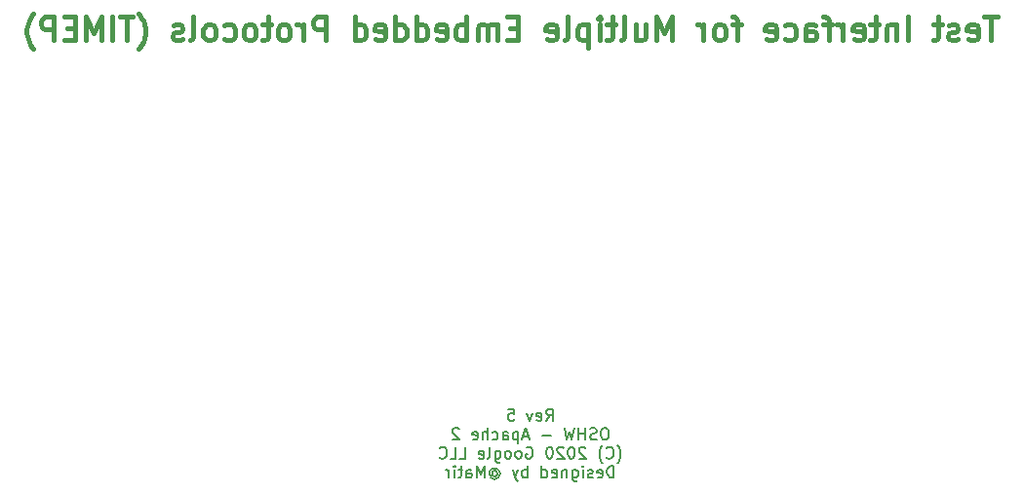
<source format=gbr>
G04 #@! TF.GenerationSoftware,KiCad,Pcbnew,5.1.6~rc1+dfsg1-1+b1*
G04 #@! TF.CreationDate,2020-05-08T22:32:15-07:00*
G04 #@! TF.ProjectId,board,626f6172-642e-46b6-9963-61645f706362,rev?*
G04 #@! TF.SameCoordinates,Original*
G04 #@! TF.FileFunction,Legend,Bot*
G04 #@! TF.FilePolarity,Positive*
%FSLAX46Y46*%
G04 Gerber Fmt 4.6, Leading zero omitted, Abs format (unit mm)*
G04 Created by KiCad (PCBNEW 5.1.6~rc1+dfsg1-1+b1) date 2020-05-08 22:32:15*
%MOMM*%
%LPD*%
G01*
G04 APERTURE LIST*
%ADD10C,0.150000*%
%ADD11C,0.400000*%
G04 APERTURE END LIST*
D10*
X136857142Y-122727380D02*
X137190476Y-122251190D01*
X137428571Y-122727380D02*
X137428571Y-121727380D01*
X137047619Y-121727380D01*
X136952380Y-121775000D01*
X136904761Y-121822619D01*
X136857142Y-121917857D01*
X136857142Y-122060714D01*
X136904761Y-122155952D01*
X136952380Y-122203571D01*
X137047619Y-122251190D01*
X137428571Y-122251190D01*
X136047619Y-122679761D02*
X136142857Y-122727380D01*
X136333333Y-122727380D01*
X136428571Y-122679761D01*
X136476190Y-122584523D01*
X136476190Y-122203571D01*
X136428571Y-122108333D01*
X136333333Y-122060714D01*
X136142857Y-122060714D01*
X136047619Y-122108333D01*
X136000000Y-122203571D01*
X136000000Y-122298809D01*
X136476190Y-122394047D01*
X135666666Y-122060714D02*
X135428571Y-122727380D01*
X135190476Y-122060714D01*
X133571428Y-121727380D02*
X134047619Y-121727380D01*
X134095238Y-122203571D01*
X134047619Y-122155952D01*
X133952380Y-122108333D01*
X133714285Y-122108333D01*
X133619047Y-122155952D01*
X133571428Y-122203571D01*
X133523809Y-122298809D01*
X133523809Y-122536904D01*
X133571428Y-122632142D01*
X133619047Y-122679761D01*
X133714285Y-122727380D01*
X133952380Y-122727380D01*
X134047619Y-122679761D01*
X134095238Y-122632142D01*
X142047619Y-123377380D02*
X141857142Y-123377380D01*
X141761904Y-123425000D01*
X141666666Y-123520238D01*
X141619047Y-123710714D01*
X141619047Y-124044047D01*
X141666666Y-124234523D01*
X141761904Y-124329761D01*
X141857142Y-124377380D01*
X142047619Y-124377380D01*
X142142857Y-124329761D01*
X142238095Y-124234523D01*
X142285714Y-124044047D01*
X142285714Y-123710714D01*
X142238095Y-123520238D01*
X142142857Y-123425000D01*
X142047619Y-123377380D01*
X141238095Y-124329761D02*
X141095238Y-124377380D01*
X140857142Y-124377380D01*
X140761904Y-124329761D01*
X140714285Y-124282142D01*
X140666666Y-124186904D01*
X140666666Y-124091666D01*
X140714285Y-123996428D01*
X140761904Y-123948809D01*
X140857142Y-123901190D01*
X141047619Y-123853571D01*
X141142857Y-123805952D01*
X141190476Y-123758333D01*
X141238095Y-123663095D01*
X141238095Y-123567857D01*
X141190476Y-123472619D01*
X141142857Y-123425000D01*
X141047619Y-123377380D01*
X140809523Y-123377380D01*
X140666666Y-123425000D01*
X140238095Y-124377380D02*
X140238095Y-123377380D01*
X140238095Y-123853571D02*
X139666666Y-123853571D01*
X139666666Y-124377380D02*
X139666666Y-123377380D01*
X139285714Y-123377380D02*
X139047619Y-124377380D01*
X138857142Y-123663095D01*
X138666666Y-124377380D01*
X138428571Y-123377380D01*
X137285714Y-123996428D02*
X136523809Y-123996428D01*
X135333333Y-124091666D02*
X134857142Y-124091666D01*
X135428571Y-124377380D02*
X135095238Y-123377380D01*
X134761904Y-124377380D01*
X134428571Y-123710714D02*
X134428571Y-124710714D01*
X134428571Y-123758333D02*
X134333333Y-123710714D01*
X134142857Y-123710714D01*
X134047619Y-123758333D01*
X134000000Y-123805952D01*
X133952380Y-123901190D01*
X133952380Y-124186904D01*
X134000000Y-124282142D01*
X134047619Y-124329761D01*
X134142857Y-124377380D01*
X134333333Y-124377380D01*
X134428571Y-124329761D01*
X133095238Y-124377380D02*
X133095238Y-123853571D01*
X133142857Y-123758333D01*
X133238095Y-123710714D01*
X133428571Y-123710714D01*
X133523809Y-123758333D01*
X133095238Y-124329761D02*
X133190476Y-124377380D01*
X133428571Y-124377380D01*
X133523809Y-124329761D01*
X133571428Y-124234523D01*
X133571428Y-124139285D01*
X133523809Y-124044047D01*
X133428571Y-123996428D01*
X133190476Y-123996428D01*
X133095238Y-123948809D01*
X132190476Y-124329761D02*
X132285714Y-124377380D01*
X132476190Y-124377380D01*
X132571428Y-124329761D01*
X132619047Y-124282142D01*
X132666666Y-124186904D01*
X132666666Y-123901190D01*
X132619047Y-123805952D01*
X132571428Y-123758333D01*
X132476190Y-123710714D01*
X132285714Y-123710714D01*
X132190476Y-123758333D01*
X131761904Y-124377380D02*
X131761904Y-123377380D01*
X131333333Y-124377380D02*
X131333333Y-123853571D01*
X131380952Y-123758333D01*
X131476190Y-123710714D01*
X131619047Y-123710714D01*
X131714285Y-123758333D01*
X131761904Y-123805952D01*
X130476190Y-124329761D02*
X130571428Y-124377380D01*
X130761904Y-124377380D01*
X130857142Y-124329761D01*
X130904761Y-124234523D01*
X130904761Y-123853571D01*
X130857142Y-123758333D01*
X130761904Y-123710714D01*
X130571428Y-123710714D01*
X130476190Y-123758333D01*
X130428571Y-123853571D01*
X130428571Y-123948809D01*
X130904761Y-124044047D01*
X129285714Y-123472619D02*
X129238095Y-123425000D01*
X129142857Y-123377380D01*
X128904761Y-123377380D01*
X128809523Y-123425000D01*
X128761904Y-123472619D01*
X128714285Y-123567857D01*
X128714285Y-123663095D01*
X128761904Y-123805952D01*
X129333333Y-124377380D01*
X128714285Y-124377380D01*
X143047619Y-126408333D02*
X143095238Y-126360714D01*
X143190476Y-126217857D01*
X143238095Y-126122619D01*
X143285714Y-125979761D01*
X143333333Y-125741666D01*
X143333333Y-125551190D01*
X143285714Y-125313095D01*
X143238095Y-125170238D01*
X143190476Y-125075000D01*
X143095238Y-124932142D01*
X143047619Y-124884523D01*
X142095238Y-125932142D02*
X142142857Y-125979761D01*
X142285714Y-126027380D01*
X142380952Y-126027380D01*
X142523809Y-125979761D01*
X142619047Y-125884523D01*
X142666666Y-125789285D01*
X142714285Y-125598809D01*
X142714285Y-125455952D01*
X142666666Y-125265476D01*
X142619047Y-125170238D01*
X142523809Y-125075000D01*
X142380952Y-125027380D01*
X142285714Y-125027380D01*
X142142857Y-125075000D01*
X142095238Y-125122619D01*
X141761904Y-126408333D02*
X141714285Y-126360714D01*
X141619047Y-126217857D01*
X141571428Y-126122619D01*
X141523809Y-125979761D01*
X141476190Y-125741666D01*
X141476190Y-125551190D01*
X141523809Y-125313095D01*
X141571428Y-125170238D01*
X141619047Y-125075000D01*
X141714285Y-124932142D01*
X141761904Y-124884523D01*
X140285714Y-125122619D02*
X140238095Y-125075000D01*
X140142857Y-125027380D01*
X139904761Y-125027380D01*
X139809523Y-125075000D01*
X139761904Y-125122619D01*
X139714285Y-125217857D01*
X139714285Y-125313095D01*
X139761904Y-125455952D01*
X140333333Y-126027380D01*
X139714285Y-126027380D01*
X139095238Y-125027380D02*
X139000000Y-125027380D01*
X138904761Y-125075000D01*
X138857142Y-125122619D01*
X138809523Y-125217857D01*
X138761904Y-125408333D01*
X138761904Y-125646428D01*
X138809523Y-125836904D01*
X138857142Y-125932142D01*
X138904761Y-125979761D01*
X139000000Y-126027380D01*
X139095238Y-126027380D01*
X139190476Y-125979761D01*
X139238095Y-125932142D01*
X139285714Y-125836904D01*
X139333333Y-125646428D01*
X139333333Y-125408333D01*
X139285714Y-125217857D01*
X139238095Y-125122619D01*
X139190476Y-125075000D01*
X139095238Y-125027380D01*
X138380952Y-125122619D02*
X138333333Y-125075000D01*
X138238095Y-125027380D01*
X138000000Y-125027380D01*
X137904761Y-125075000D01*
X137857142Y-125122619D01*
X137809523Y-125217857D01*
X137809523Y-125313095D01*
X137857142Y-125455952D01*
X138428571Y-126027380D01*
X137809523Y-126027380D01*
X137190476Y-125027380D02*
X137095238Y-125027380D01*
X137000000Y-125075000D01*
X136952380Y-125122619D01*
X136904761Y-125217857D01*
X136857142Y-125408333D01*
X136857142Y-125646428D01*
X136904761Y-125836904D01*
X136952380Y-125932142D01*
X137000000Y-125979761D01*
X137095238Y-126027380D01*
X137190476Y-126027380D01*
X137285714Y-125979761D01*
X137333333Y-125932142D01*
X137380952Y-125836904D01*
X137428571Y-125646428D01*
X137428571Y-125408333D01*
X137380952Y-125217857D01*
X137333333Y-125122619D01*
X137285714Y-125075000D01*
X137190476Y-125027380D01*
X135142857Y-125075000D02*
X135238095Y-125027380D01*
X135380952Y-125027380D01*
X135523809Y-125075000D01*
X135619047Y-125170238D01*
X135666666Y-125265476D01*
X135714285Y-125455952D01*
X135714285Y-125598809D01*
X135666666Y-125789285D01*
X135619047Y-125884523D01*
X135523809Y-125979761D01*
X135380952Y-126027380D01*
X135285714Y-126027380D01*
X135142857Y-125979761D01*
X135095238Y-125932142D01*
X135095238Y-125598809D01*
X135285714Y-125598809D01*
X134523809Y-126027380D02*
X134619047Y-125979761D01*
X134666666Y-125932142D01*
X134714285Y-125836904D01*
X134714285Y-125551190D01*
X134666666Y-125455952D01*
X134619047Y-125408333D01*
X134523809Y-125360714D01*
X134380952Y-125360714D01*
X134285714Y-125408333D01*
X134238095Y-125455952D01*
X134190476Y-125551190D01*
X134190476Y-125836904D01*
X134238095Y-125932142D01*
X134285714Y-125979761D01*
X134380952Y-126027380D01*
X134523809Y-126027380D01*
X133619047Y-126027380D02*
X133714285Y-125979761D01*
X133761904Y-125932142D01*
X133809523Y-125836904D01*
X133809523Y-125551190D01*
X133761904Y-125455952D01*
X133714285Y-125408333D01*
X133619047Y-125360714D01*
X133476190Y-125360714D01*
X133380952Y-125408333D01*
X133333333Y-125455952D01*
X133285714Y-125551190D01*
X133285714Y-125836904D01*
X133333333Y-125932142D01*
X133380952Y-125979761D01*
X133476190Y-126027380D01*
X133619047Y-126027380D01*
X132428571Y-125360714D02*
X132428571Y-126170238D01*
X132476190Y-126265476D01*
X132523809Y-126313095D01*
X132619047Y-126360714D01*
X132761904Y-126360714D01*
X132857142Y-126313095D01*
X132428571Y-125979761D02*
X132523809Y-126027380D01*
X132714285Y-126027380D01*
X132809523Y-125979761D01*
X132857142Y-125932142D01*
X132904761Y-125836904D01*
X132904761Y-125551190D01*
X132857142Y-125455952D01*
X132809523Y-125408333D01*
X132714285Y-125360714D01*
X132523809Y-125360714D01*
X132428571Y-125408333D01*
X131809523Y-126027380D02*
X131904761Y-125979761D01*
X131952380Y-125884523D01*
X131952380Y-125027380D01*
X131047619Y-125979761D02*
X131142857Y-126027380D01*
X131333333Y-126027380D01*
X131428571Y-125979761D01*
X131476190Y-125884523D01*
X131476190Y-125503571D01*
X131428571Y-125408333D01*
X131333333Y-125360714D01*
X131142857Y-125360714D01*
X131047619Y-125408333D01*
X131000000Y-125503571D01*
X131000000Y-125598809D01*
X131476190Y-125694047D01*
X129333333Y-126027380D02*
X129809523Y-126027380D01*
X129809523Y-125027380D01*
X128523809Y-126027380D02*
X129000000Y-126027380D01*
X129000000Y-125027380D01*
X127619047Y-125932142D02*
X127666666Y-125979761D01*
X127809523Y-126027380D01*
X127904761Y-126027380D01*
X128047619Y-125979761D01*
X128142857Y-125884523D01*
X128190476Y-125789285D01*
X128238095Y-125598809D01*
X128238095Y-125455952D01*
X128190476Y-125265476D01*
X128142857Y-125170238D01*
X128047619Y-125075000D01*
X127904761Y-125027380D01*
X127809523Y-125027380D01*
X127666666Y-125075000D01*
X127619047Y-125122619D01*
X142714285Y-127677380D02*
X142714285Y-126677380D01*
X142476190Y-126677380D01*
X142333333Y-126725000D01*
X142238095Y-126820238D01*
X142190476Y-126915476D01*
X142142857Y-127105952D01*
X142142857Y-127248809D01*
X142190476Y-127439285D01*
X142238095Y-127534523D01*
X142333333Y-127629761D01*
X142476190Y-127677380D01*
X142714285Y-127677380D01*
X141333333Y-127629761D02*
X141428571Y-127677380D01*
X141619047Y-127677380D01*
X141714285Y-127629761D01*
X141761904Y-127534523D01*
X141761904Y-127153571D01*
X141714285Y-127058333D01*
X141619047Y-127010714D01*
X141428571Y-127010714D01*
X141333333Y-127058333D01*
X141285714Y-127153571D01*
X141285714Y-127248809D01*
X141761904Y-127344047D01*
X140904761Y-127629761D02*
X140809523Y-127677380D01*
X140619047Y-127677380D01*
X140523809Y-127629761D01*
X140476190Y-127534523D01*
X140476190Y-127486904D01*
X140523809Y-127391666D01*
X140619047Y-127344047D01*
X140761904Y-127344047D01*
X140857142Y-127296428D01*
X140904761Y-127201190D01*
X140904761Y-127153571D01*
X140857142Y-127058333D01*
X140761904Y-127010714D01*
X140619047Y-127010714D01*
X140523809Y-127058333D01*
X140047619Y-127677380D02*
X140047619Y-127010714D01*
X140047619Y-126677380D02*
X140095238Y-126725000D01*
X140047619Y-126772619D01*
X140000000Y-126725000D01*
X140047619Y-126677380D01*
X140047619Y-126772619D01*
X139142857Y-127010714D02*
X139142857Y-127820238D01*
X139190476Y-127915476D01*
X139238095Y-127963095D01*
X139333333Y-128010714D01*
X139476190Y-128010714D01*
X139571428Y-127963095D01*
X139142857Y-127629761D02*
X139238095Y-127677380D01*
X139428571Y-127677380D01*
X139523809Y-127629761D01*
X139571428Y-127582142D01*
X139619047Y-127486904D01*
X139619047Y-127201190D01*
X139571428Y-127105952D01*
X139523809Y-127058333D01*
X139428571Y-127010714D01*
X139238095Y-127010714D01*
X139142857Y-127058333D01*
X138666666Y-127010714D02*
X138666666Y-127677380D01*
X138666666Y-127105952D02*
X138619047Y-127058333D01*
X138523809Y-127010714D01*
X138380952Y-127010714D01*
X138285714Y-127058333D01*
X138238095Y-127153571D01*
X138238095Y-127677380D01*
X137380952Y-127629761D02*
X137476190Y-127677380D01*
X137666666Y-127677380D01*
X137761904Y-127629761D01*
X137809523Y-127534523D01*
X137809523Y-127153571D01*
X137761904Y-127058333D01*
X137666666Y-127010714D01*
X137476190Y-127010714D01*
X137380952Y-127058333D01*
X137333333Y-127153571D01*
X137333333Y-127248809D01*
X137809523Y-127344047D01*
X136476190Y-127677380D02*
X136476190Y-126677380D01*
X136476190Y-127629761D02*
X136571428Y-127677380D01*
X136761904Y-127677380D01*
X136857142Y-127629761D01*
X136904761Y-127582142D01*
X136952380Y-127486904D01*
X136952380Y-127201190D01*
X136904761Y-127105952D01*
X136857142Y-127058333D01*
X136761904Y-127010714D01*
X136571428Y-127010714D01*
X136476190Y-127058333D01*
X135238095Y-127677380D02*
X135238095Y-126677380D01*
X135238095Y-127058333D02*
X135142857Y-127010714D01*
X134952380Y-127010714D01*
X134857142Y-127058333D01*
X134809523Y-127105952D01*
X134761904Y-127201190D01*
X134761904Y-127486904D01*
X134809523Y-127582142D01*
X134857142Y-127629761D01*
X134952380Y-127677380D01*
X135142857Y-127677380D01*
X135238095Y-127629761D01*
X134428571Y-127010714D02*
X134190476Y-127677380D01*
X133952380Y-127010714D02*
X134190476Y-127677380D01*
X134285714Y-127915476D01*
X134333333Y-127963095D01*
X134428571Y-128010714D01*
X132190476Y-127201190D02*
X132238095Y-127153571D01*
X132333333Y-127105952D01*
X132428571Y-127105952D01*
X132523809Y-127153571D01*
X132571428Y-127201190D01*
X132619047Y-127296428D01*
X132619047Y-127391666D01*
X132571428Y-127486904D01*
X132523809Y-127534523D01*
X132428571Y-127582142D01*
X132333333Y-127582142D01*
X132238095Y-127534523D01*
X132190476Y-127486904D01*
X132190476Y-127105952D02*
X132190476Y-127486904D01*
X132142857Y-127534523D01*
X132095238Y-127534523D01*
X132000000Y-127486904D01*
X131952380Y-127391666D01*
X131952380Y-127153571D01*
X132047619Y-127010714D01*
X132190476Y-126915476D01*
X132380952Y-126867857D01*
X132571428Y-126915476D01*
X132714285Y-127010714D01*
X132809523Y-127153571D01*
X132857142Y-127344047D01*
X132809523Y-127534523D01*
X132714285Y-127677380D01*
X132571428Y-127772619D01*
X132380952Y-127820238D01*
X132190476Y-127772619D01*
X132047619Y-127677380D01*
X131523809Y-127677380D02*
X131523809Y-126677380D01*
X131190476Y-127391666D01*
X130857142Y-126677380D01*
X130857142Y-127677380D01*
X129952380Y-127677380D02*
X129952380Y-127153571D01*
X130000000Y-127058333D01*
X130095238Y-127010714D01*
X130285714Y-127010714D01*
X130380952Y-127058333D01*
X129952380Y-127629761D02*
X130047619Y-127677380D01*
X130285714Y-127677380D01*
X130380952Y-127629761D01*
X130428571Y-127534523D01*
X130428571Y-127439285D01*
X130380952Y-127344047D01*
X130285714Y-127296428D01*
X130047619Y-127296428D01*
X129952380Y-127248809D01*
X129619047Y-127010714D02*
X129238095Y-127010714D01*
X129476190Y-126677380D02*
X129476190Y-127534523D01*
X129428571Y-127629761D01*
X129333333Y-127677380D01*
X129238095Y-127677380D01*
X128904761Y-127677380D02*
X128904761Y-127010714D01*
X128904761Y-126677380D02*
X128952380Y-126725000D01*
X128904761Y-126772619D01*
X128857142Y-126725000D01*
X128904761Y-126677380D01*
X128904761Y-126772619D01*
X128428571Y-127677380D02*
X128428571Y-127010714D01*
X128428571Y-127201190D02*
X128380952Y-127105952D01*
X128333333Y-127058333D01*
X128238095Y-127010714D01*
X128142857Y-127010714D01*
D11*
X176049523Y-87654761D02*
X174906666Y-87654761D01*
X175478095Y-89654761D02*
X175478095Y-87654761D01*
X173478095Y-89559523D02*
X173668571Y-89654761D01*
X174049523Y-89654761D01*
X174240000Y-89559523D01*
X174335238Y-89369047D01*
X174335238Y-88607142D01*
X174240000Y-88416666D01*
X174049523Y-88321428D01*
X173668571Y-88321428D01*
X173478095Y-88416666D01*
X173382857Y-88607142D01*
X173382857Y-88797619D01*
X174335238Y-88988095D01*
X172620952Y-89559523D02*
X172430476Y-89654761D01*
X172049523Y-89654761D01*
X171859047Y-89559523D01*
X171763809Y-89369047D01*
X171763809Y-89273809D01*
X171859047Y-89083333D01*
X172049523Y-88988095D01*
X172335238Y-88988095D01*
X172525714Y-88892857D01*
X172620952Y-88702380D01*
X172620952Y-88607142D01*
X172525714Y-88416666D01*
X172335238Y-88321428D01*
X172049523Y-88321428D01*
X171859047Y-88416666D01*
X171192380Y-88321428D02*
X170430476Y-88321428D01*
X170906666Y-87654761D02*
X170906666Y-89369047D01*
X170811428Y-89559523D01*
X170620952Y-89654761D01*
X170430476Y-89654761D01*
X168240000Y-89654761D02*
X168240000Y-87654761D01*
X167287619Y-88321428D02*
X167287619Y-89654761D01*
X167287619Y-88511904D02*
X167192380Y-88416666D01*
X167001904Y-88321428D01*
X166716190Y-88321428D01*
X166525714Y-88416666D01*
X166430476Y-88607142D01*
X166430476Y-89654761D01*
X165763809Y-88321428D02*
X165001904Y-88321428D01*
X165478095Y-87654761D02*
X165478095Y-89369047D01*
X165382857Y-89559523D01*
X165192380Y-89654761D01*
X165001904Y-89654761D01*
X163573333Y-89559523D02*
X163763809Y-89654761D01*
X164144761Y-89654761D01*
X164335238Y-89559523D01*
X164430476Y-89369047D01*
X164430476Y-88607142D01*
X164335238Y-88416666D01*
X164144761Y-88321428D01*
X163763809Y-88321428D01*
X163573333Y-88416666D01*
X163478095Y-88607142D01*
X163478095Y-88797619D01*
X164430476Y-88988095D01*
X162620952Y-89654761D02*
X162620952Y-88321428D01*
X162620952Y-88702380D02*
X162525714Y-88511904D01*
X162430476Y-88416666D01*
X162240000Y-88321428D01*
X162049523Y-88321428D01*
X161668571Y-88321428D02*
X160906666Y-88321428D01*
X161382857Y-89654761D02*
X161382857Y-87940476D01*
X161287619Y-87750000D01*
X161097142Y-87654761D01*
X160906666Y-87654761D01*
X159382857Y-89654761D02*
X159382857Y-88607142D01*
X159478095Y-88416666D01*
X159668571Y-88321428D01*
X160049523Y-88321428D01*
X160240000Y-88416666D01*
X159382857Y-89559523D02*
X159573333Y-89654761D01*
X160049523Y-89654761D01*
X160240000Y-89559523D01*
X160335238Y-89369047D01*
X160335238Y-89178571D01*
X160240000Y-88988095D01*
X160049523Y-88892857D01*
X159573333Y-88892857D01*
X159382857Y-88797619D01*
X157573333Y-89559523D02*
X157763809Y-89654761D01*
X158144761Y-89654761D01*
X158335238Y-89559523D01*
X158430476Y-89464285D01*
X158525714Y-89273809D01*
X158525714Y-88702380D01*
X158430476Y-88511904D01*
X158335238Y-88416666D01*
X158144761Y-88321428D01*
X157763809Y-88321428D01*
X157573333Y-88416666D01*
X155954285Y-89559523D02*
X156144761Y-89654761D01*
X156525714Y-89654761D01*
X156716190Y-89559523D01*
X156811428Y-89369047D01*
X156811428Y-88607142D01*
X156716190Y-88416666D01*
X156525714Y-88321428D01*
X156144761Y-88321428D01*
X155954285Y-88416666D01*
X155859047Y-88607142D01*
X155859047Y-88797619D01*
X156811428Y-88988095D01*
X153763809Y-88321428D02*
X153001904Y-88321428D01*
X153478095Y-89654761D02*
X153478095Y-87940476D01*
X153382857Y-87750000D01*
X153192380Y-87654761D01*
X153001904Y-87654761D01*
X152049523Y-89654761D02*
X152240000Y-89559523D01*
X152335238Y-89464285D01*
X152430476Y-89273809D01*
X152430476Y-88702380D01*
X152335238Y-88511904D01*
X152240000Y-88416666D01*
X152049523Y-88321428D01*
X151763809Y-88321428D01*
X151573333Y-88416666D01*
X151478095Y-88511904D01*
X151382857Y-88702380D01*
X151382857Y-89273809D01*
X151478095Y-89464285D01*
X151573333Y-89559523D01*
X151763809Y-89654761D01*
X152049523Y-89654761D01*
X150525714Y-89654761D02*
X150525714Y-88321428D01*
X150525714Y-88702380D02*
X150430476Y-88511904D01*
X150335238Y-88416666D01*
X150144761Y-88321428D01*
X149954285Y-88321428D01*
X147763809Y-89654761D02*
X147763809Y-87654761D01*
X147097142Y-89083333D01*
X146430476Y-87654761D01*
X146430476Y-89654761D01*
X144620952Y-88321428D02*
X144620952Y-89654761D01*
X145478095Y-88321428D02*
X145478095Y-89369047D01*
X145382857Y-89559523D01*
X145192380Y-89654761D01*
X144906666Y-89654761D01*
X144716190Y-89559523D01*
X144620952Y-89464285D01*
X143382857Y-89654761D02*
X143573333Y-89559523D01*
X143668571Y-89369047D01*
X143668571Y-87654761D01*
X142906666Y-88321428D02*
X142144761Y-88321428D01*
X142620952Y-87654761D02*
X142620952Y-89369047D01*
X142525714Y-89559523D01*
X142335238Y-89654761D01*
X142144761Y-89654761D01*
X141478095Y-89654761D02*
X141478095Y-88321428D01*
X141478095Y-87654761D02*
X141573333Y-87750000D01*
X141478095Y-87845238D01*
X141382857Y-87750000D01*
X141478095Y-87654761D01*
X141478095Y-87845238D01*
X140525714Y-88321428D02*
X140525714Y-90321428D01*
X140525714Y-88416666D02*
X140335238Y-88321428D01*
X139954285Y-88321428D01*
X139763809Y-88416666D01*
X139668571Y-88511904D01*
X139573333Y-88702380D01*
X139573333Y-89273809D01*
X139668571Y-89464285D01*
X139763809Y-89559523D01*
X139954285Y-89654761D01*
X140335238Y-89654761D01*
X140525714Y-89559523D01*
X138430476Y-89654761D02*
X138620952Y-89559523D01*
X138716190Y-89369047D01*
X138716190Y-87654761D01*
X136906666Y-89559523D02*
X137097142Y-89654761D01*
X137478095Y-89654761D01*
X137668571Y-89559523D01*
X137763809Y-89369047D01*
X137763809Y-88607142D01*
X137668571Y-88416666D01*
X137478095Y-88321428D01*
X137097142Y-88321428D01*
X136906666Y-88416666D01*
X136811428Y-88607142D01*
X136811428Y-88797619D01*
X137763809Y-88988095D01*
X134430476Y-88607142D02*
X133763809Y-88607142D01*
X133478095Y-89654761D02*
X134430476Y-89654761D01*
X134430476Y-87654761D01*
X133478095Y-87654761D01*
X132620952Y-89654761D02*
X132620952Y-88321428D01*
X132620952Y-88511904D02*
X132525714Y-88416666D01*
X132335238Y-88321428D01*
X132049523Y-88321428D01*
X131859047Y-88416666D01*
X131763809Y-88607142D01*
X131763809Y-89654761D01*
X131763809Y-88607142D02*
X131668571Y-88416666D01*
X131478095Y-88321428D01*
X131192380Y-88321428D01*
X131001904Y-88416666D01*
X130906666Y-88607142D01*
X130906666Y-89654761D01*
X129954285Y-89654761D02*
X129954285Y-87654761D01*
X129954285Y-88416666D02*
X129763809Y-88321428D01*
X129382857Y-88321428D01*
X129192380Y-88416666D01*
X129097142Y-88511904D01*
X129001904Y-88702380D01*
X129001904Y-89273809D01*
X129097142Y-89464285D01*
X129192380Y-89559523D01*
X129382857Y-89654761D01*
X129763809Y-89654761D01*
X129954285Y-89559523D01*
X127382857Y-89559523D02*
X127573333Y-89654761D01*
X127954285Y-89654761D01*
X128144761Y-89559523D01*
X128240000Y-89369047D01*
X128240000Y-88607142D01*
X128144761Y-88416666D01*
X127954285Y-88321428D01*
X127573333Y-88321428D01*
X127382857Y-88416666D01*
X127287619Y-88607142D01*
X127287619Y-88797619D01*
X128240000Y-88988095D01*
X125573333Y-89654761D02*
X125573333Y-87654761D01*
X125573333Y-89559523D02*
X125763809Y-89654761D01*
X126144761Y-89654761D01*
X126335238Y-89559523D01*
X126430476Y-89464285D01*
X126525714Y-89273809D01*
X126525714Y-88702380D01*
X126430476Y-88511904D01*
X126335238Y-88416666D01*
X126144761Y-88321428D01*
X125763809Y-88321428D01*
X125573333Y-88416666D01*
X123763809Y-89654761D02*
X123763809Y-87654761D01*
X123763809Y-89559523D02*
X123954285Y-89654761D01*
X124335238Y-89654761D01*
X124525714Y-89559523D01*
X124620952Y-89464285D01*
X124716190Y-89273809D01*
X124716190Y-88702380D01*
X124620952Y-88511904D01*
X124525714Y-88416666D01*
X124335238Y-88321428D01*
X123954285Y-88321428D01*
X123763809Y-88416666D01*
X122049523Y-89559523D02*
X122240000Y-89654761D01*
X122620952Y-89654761D01*
X122811428Y-89559523D01*
X122906666Y-89369047D01*
X122906666Y-88607142D01*
X122811428Y-88416666D01*
X122620952Y-88321428D01*
X122240000Y-88321428D01*
X122049523Y-88416666D01*
X121954285Y-88607142D01*
X121954285Y-88797619D01*
X122906666Y-88988095D01*
X120240000Y-89654761D02*
X120240000Y-87654761D01*
X120240000Y-89559523D02*
X120430476Y-89654761D01*
X120811428Y-89654761D01*
X121001904Y-89559523D01*
X121097142Y-89464285D01*
X121192380Y-89273809D01*
X121192380Y-88702380D01*
X121097142Y-88511904D01*
X121001904Y-88416666D01*
X120811428Y-88321428D01*
X120430476Y-88321428D01*
X120240000Y-88416666D01*
X117763809Y-89654761D02*
X117763809Y-87654761D01*
X117001904Y-87654761D01*
X116811428Y-87750000D01*
X116716190Y-87845238D01*
X116620952Y-88035714D01*
X116620952Y-88321428D01*
X116716190Y-88511904D01*
X116811428Y-88607142D01*
X117001904Y-88702380D01*
X117763809Y-88702380D01*
X115763809Y-89654761D02*
X115763809Y-88321428D01*
X115763809Y-88702380D02*
X115668571Y-88511904D01*
X115573333Y-88416666D01*
X115382857Y-88321428D01*
X115192380Y-88321428D01*
X114240000Y-89654761D02*
X114430476Y-89559523D01*
X114525714Y-89464285D01*
X114620952Y-89273809D01*
X114620952Y-88702380D01*
X114525714Y-88511904D01*
X114430476Y-88416666D01*
X114240000Y-88321428D01*
X113954285Y-88321428D01*
X113763809Y-88416666D01*
X113668571Y-88511904D01*
X113573333Y-88702380D01*
X113573333Y-89273809D01*
X113668571Y-89464285D01*
X113763809Y-89559523D01*
X113954285Y-89654761D01*
X114240000Y-89654761D01*
X113001904Y-88321428D02*
X112240000Y-88321428D01*
X112716190Y-87654761D02*
X112716190Y-89369047D01*
X112620952Y-89559523D01*
X112430476Y-89654761D01*
X112240000Y-89654761D01*
X111287619Y-89654761D02*
X111478095Y-89559523D01*
X111573333Y-89464285D01*
X111668571Y-89273809D01*
X111668571Y-88702380D01*
X111573333Y-88511904D01*
X111478095Y-88416666D01*
X111287619Y-88321428D01*
X111001904Y-88321428D01*
X110811428Y-88416666D01*
X110716190Y-88511904D01*
X110620952Y-88702380D01*
X110620952Y-89273809D01*
X110716190Y-89464285D01*
X110811428Y-89559523D01*
X111001904Y-89654761D01*
X111287619Y-89654761D01*
X108906666Y-89559523D02*
X109097142Y-89654761D01*
X109478095Y-89654761D01*
X109668571Y-89559523D01*
X109763809Y-89464285D01*
X109859047Y-89273809D01*
X109859047Y-88702380D01*
X109763809Y-88511904D01*
X109668571Y-88416666D01*
X109478095Y-88321428D01*
X109097142Y-88321428D01*
X108906666Y-88416666D01*
X107763809Y-89654761D02*
X107954285Y-89559523D01*
X108049523Y-89464285D01*
X108144761Y-89273809D01*
X108144761Y-88702380D01*
X108049523Y-88511904D01*
X107954285Y-88416666D01*
X107763809Y-88321428D01*
X107478095Y-88321428D01*
X107287619Y-88416666D01*
X107192380Y-88511904D01*
X107097142Y-88702380D01*
X107097142Y-89273809D01*
X107192380Y-89464285D01*
X107287619Y-89559523D01*
X107478095Y-89654761D01*
X107763809Y-89654761D01*
X105954285Y-89654761D02*
X106144761Y-89559523D01*
X106240000Y-89369047D01*
X106240000Y-87654761D01*
X105287619Y-89559523D02*
X105097142Y-89654761D01*
X104716190Y-89654761D01*
X104525714Y-89559523D01*
X104430476Y-89369047D01*
X104430476Y-89273809D01*
X104525714Y-89083333D01*
X104716190Y-88988095D01*
X105001904Y-88988095D01*
X105192380Y-88892857D01*
X105287619Y-88702380D01*
X105287619Y-88607142D01*
X105192380Y-88416666D01*
X105001904Y-88321428D01*
X104716190Y-88321428D01*
X104525714Y-88416666D01*
X101478095Y-90416666D02*
X101573333Y-90321428D01*
X101763809Y-90035714D01*
X101859047Y-89845238D01*
X101954285Y-89559523D01*
X102049523Y-89083333D01*
X102049523Y-88702380D01*
X101954285Y-88226190D01*
X101859047Y-87940476D01*
X101763809Y-87750000D01*
X101573333Y-87464285D01*
X101478095Y-87369047D01*
X101001904Y-87654761D02*
X99859047Y-87654761D01*
X100430476Y-89654761D02*
X100430476Y-87654761D01*
X99192380Y-89654761D02*
X99192380Y-87654761D01*
X98240000Y-89654761D02*
X98240000Y-87654761D01*
X97573333Y-89083333D01*
X96906666Y-87654761D01*
X96906666Y-89654761D01*
X95954285Y-88607142D02*
X95287619Y-88607142D01*
X95001904Y-89654761D02*
X95954285Y-89654761D01*
X95954285Y-87654761D01*
X95001904Y-87654761D01*
X94144761Y-89654761D02*
X94144761Y-87654761D01*
X93382857Y-87654761D01*
X93192380Y-87750000D01*
X93097142Y-87845238D01*
X93001904Y-88035714D01*
X93001904Y-88321428D01*
X93097142Y-88511904D01*
X93192380Y-88607142D01*
X93382857Y-88702380D01*
X94144761Y-88702380D01*
X92335238Y-90416666D02*
X92240000Y-90321428D01*
X92049523Y-90035714D01*
X91954285Y-89845238D01*
X91859047Y-89559523D01*
X91763809Y-89083333D01*
X91763809Y-88702380D01*
X91859047Y-88226190D01*
X91954285Y-87940476D01*
X92049523Y-87750000D01*
X92240000Y-87464285D01*
X92335238Y-87369047D01*
M02*

</source>
